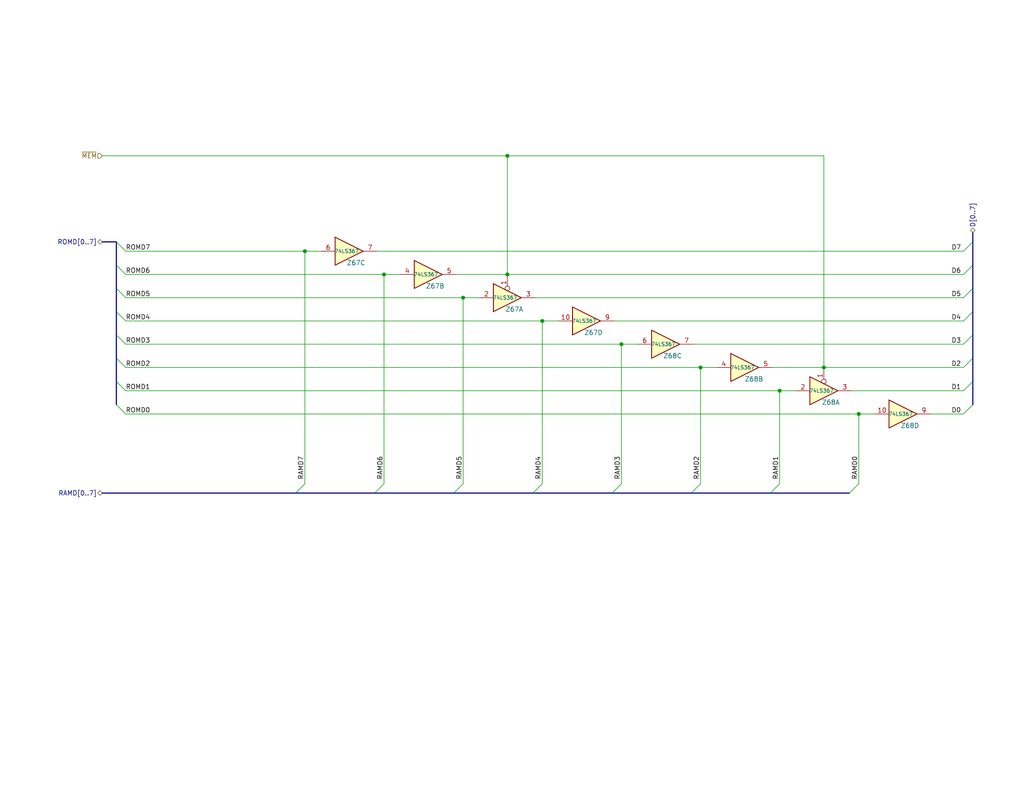
<source format=kicad_sch>
(kicad_sch (version 20231120) (generator "eeschema") (generator_version "8.0")
  (paper "USLetter")
  (title_block (title "TRS-80 Model I Rev D") (date "2024-11-20") (rev "E1A-D") (company "RetroStack - Marcel Erz") (comment 2 "Connects RAM & ROM to the data bus") (comment 4 "RAM-ROM Interface"))
  (lib_symbols
    (symbol "RetroStackLibrary:74LS367_Split" (pin_names (offset 1.016))
      (property "Reference" "U" (at 0 1.27 0))
      (property "Value" "74LS367" (at 0 -1.27 0))
      (symbol "74LS367_Split_1_0"
        (polyline (pts (xy -3.81 3.81) (xy -3.81 -3.81) (xy 3.81 0) (xy -3.81 3.81)) (stroke (width 0.254)) (fill (type background)))
        (pin input inverted (at 0 6.35 270) (length 4.445) (name "~") (number "1"))
        (pin input line (at -7.62 0 0) (length 3.81) (name "~") (number "2"))
        (pin tri_state line (at 7.62 0 180) (length 3.81) (name "~") (number "3"))
      )
      (symbol "74LS367_Split_2_0"
        (polyline (pts (xy -3.81 3.81) (xy -3.81 -3.81) (xy 3.81 0) (xy -3.81 3.81)) (stroke (width 0.254)) (fill (type background)))
        (pin input line (at -7.62 0 0) (length 3.81) (name "~") (number "4"))
        (pin tri_state line (at 7.62 0 180) (length 3.81) (name "~") (number "5"))
      )
      (symbol "74LS367_Split_3_0"
        (polyline (pts (xy -3.81 3.81) (xy -3.81 -3.81) (xy 3.81 0) (xy -3.81 3.81)) (stroke (width 0.254)) (fill (type background)))
        (pin input line (at -7.62 0 0) (length 3.81) (name "~") (number "6"))
        (pin tri_state line (at 7.62 0 180) (length 3.81) (name "~") (number "7"))
      )
      (symbol "74LS367_Split_4_0"
        (polyline (pts (xy -3.81 3.81) (xy -3.81 -3.81) (xy 3.81 0) (xy -3.81 3.81)) (stroke (width 0.254)) (fill (type background)))
        (pin input line (at -7.62 0 0) (length 3.81) (name "~") (number "10"))
        (pin tri_state line (at 7.62 0 180) (length 3.81) (name "~") (number "9"))
      )
      (symbol "74LS367_Split_5_0"
        (polyline (pts (xy -3.175 -2.54) (xy -3.175 -10.16) (xy 4.445 -6.35) (xy -3.175 -2.54)) (stroke (width 0.254)) (fill (type background)))
        (pin tri_state line (at 8.255 -6.35 180) (length 3.81) (name "~") (number "11"))
        (pin input line (at -6.985 -6.35 0) (length 3.81) (name "~") (number "12"))
        (pin input inverted (at 0.635 0 270) (length 4.445) (name "~") (number "15"))
      )
      (symbol "74LS367_Split_6_0"
        (polyline (pts (xy -3.81 3.81) (xy -3.81 -3.81) (xy 3.81 0) (xy -3.81 3.81)) (stroke (width 0.254)) (fill (type background)))
        (pin tri_state line (at 7.62 0 180) (length 3.81) (name "~") (number "13"))
        (pin input line (at -7.62 0 0) (length 3.81) (name "~") (number "14"))
      )
      (symbol "74LS367_Split_7_0"
        (pin power_in line (at 0 1.905 270) (length 5.08) (name "VCC") (number "16"))
        (pin power_in line (at 0 -23.495 90) (length 5.08) (name "GND") (number "8"))
      )
      (symbol "74LS367_Split_7_1"
        (rectangle (start -5.08 -3.175) (end 5.08 -18.415) (stroke (width 0.254)) (fill (type background)))
      )
    )
  )
  (junction (at 126.365 81.28))
  (junction (at 104.775 74.93))
  (junction (at 191.135 100.33))
  (junction (at 138.43 42.545))
  (junction (at 234.315 113.03))
  (junction (at 169.545 93.98))
  (junction (at 212.725 106.68))
  (junction (at 147.955 87.63))
  (junction (at 224.79 100.33))
  (junction (at 138.43 74.93))
  (junction (at 83.185 68.58))
  (bus_entry (at 31.75 97.79) (size 2.54 2.54))
  (bus_entry (at 262.89 87.63) (size 2.54 -2.54))
  (bus_entry (at 262.89 106.68) (size 2.54 -2.54))
  (bus_entry (at 262.89 68.58) (size 2.54 -2.54))
  (bus_entry (at 31.75 91.44) (size 2.54 2.54))
  (bus_entry (at 234.315 132.08) (size -2.54 2.54))
  (bus_entry (at 126.365 132.08) (size -2.54 2.54))
  (bus_entry (at 212.725 132.08) (size -2.54 2.54))
  (bus_entry (at 34.29 68.58) (size -2.54 -2.54))
  (bus_entry (at 83.185 132.08) (size -2.54 2.54))
  (bus_entry (at 147.955 132.08) (size -2.54 2.54))
  (bus_entry (at 31.75 104.14) (size 2.54 2.54))
  (bus_entry (at 31.75 72.39) (size 2.54 2.54))
  (bus_entry (at 31.75 110.49) (size 2.54 2.54))
  (bus_entry (at 169.545 132.08) (size -2.54 2.54))
  (bus_entry (at 262.89 93.98) (size 2.54 -2.54))
  (bus_entry (at 262.89 113.03) (size 2.54 -2.54))
  (bus_entry (at 262.89 81.28) (size 2.54 -2.54))
  (bus_entry (at 191.135 132.08) (size -2.54 2.54))
  (bus_entry (at 31.75 85.09) (size 2.54 2.54))
  (bus_entry (at 31.75 78.74) (size 2.54 2.54))
  (bus_entry (at 104.775 132.08) (size -2.54 2.54))
  (bus_entry (at 262.89 100.33) (size 2.54 -2.54))
  (bus_entry (at 262.89 74.93) (size 2.54 -2.54))
  (wire (pts (xy 147.955 87.63) (xy 152.4 87.63)))
  (wire (pts (xy 254 113.03) (xy 262.89 113.03)))
  (bus (pts (xy 27.94 134.62) (xy 80.645 134.62)))
  (bus (pts (xy 265.43 85.09) (xy 265.43 78.74)))
  (bus (pts (xy 31.75 91.44) (xy 31.75 85.09)))
  (wire (pts (xy 212.725 106.68) (xy 212.725 132.08)))
  (wire (pts (xy 191.135 100.33) (xy 191.135 132.08)))
  (bus (pts (xy 31.75 104.14) (xy 31.75 97.79)))
  (wire (pts (xy 169.545 93.98) (xy 169.545 132.08)))
  (wire (pts (xy 34.29 74.93) (xy 104.775 74.93)))
  (wire (pts (xy 234.315 113.03) (xy 238.76 113.03)))
  (wire (pts (xy 34.29 87.63) (xy 147.955 87.63)))
  (bus (pts (xy 102.235 134.62) (xy 123.825 134.62)))
  (wire (pts (xy 224.79 100.33) (xy 224.79 42.545)))
  (bus (pts (xy 27.94 66.04) (xy 31.75 66.04)))
  (bus (pts (xy 167.005 134.62) (xy 188.595 134.62)))
  (wire (pts (xy 27.94 42.545) (xy 138.43 42.545)))
  (wire (pts (xy 212.725 106.68) (xy 217.17 106.68)))
  (wire (pts (xy 191.135 100.33) (xy 195.58 100.33)))
  (wire (pts (xy 104.775 74.93) (xy 109.22 74.93)))
  (bus (pts (xy 80.645 134.62) (xy 102.235 134.62)))
  (bus (pts (xy 31.75 97.79) (xy 31.75 91.44)))
  (bus (pts (xy 265.43 66.04) (xy 265.43 63.5)))
  (wire (pts (xy 34.29 106.68) (xy 212.725 106.68)))
  (bus (pts (xy 31.75 85.09) (xy 31.75 78.74)))
  (bus (pts (xy 265.43 97.79) (xy 265.43 91.44)))
  (bus (pts (xy 31.75 110.49) (xy 31.75 104.14)))
  (wire (pts (xy 147.955 87.63) (xy 147.955 132.08)))
  (bus (pts (xy 265.43 91.44) (xy 265.43 85.09)))
  (wire (pts (xy 126.365 81.28) (xy 126.365 132.08)))
  (wire (pts (xy 34.29 93.98) (xy 169.545 93.98)))
  (wire (pts (xy 169.545 93.98) (xy 173.99 93.98)))
  (wire (pts (xy 138.43 42.545) (xy 138.43 74.93)))
  (wire (pts (xy 232.41 106.68) (xy 262.89 106.68)))
  (bus (pts (xy 265.43 78.74) (xy 265.43 72.39)))
  (bus (pts (xy 31.75 72.39) (xy 31.75 66.04)))
  (wire (pts (xy 83.185 68.58) (xy 87.63 68.58)))
  (bus (pts (xy 123.825 134.62) (xy 145.415 134.62)))
  (wire (pts (xy 83.185 68.58) (xy 83.185 132.08)))
  (wire (pts (xy 146.05 81.28) (xy 262.89 81.28)))
  (wire (pts (xy 126.365 81.28) (xy 130.81 81.28)))
  (wire (pts (xy 189.23 93.98) (xy 262.89 93.98)))
  (wire (pts (xy 34.29 81.28) (xy 126.365 81.28)))
  (wire (pts (xy 138.43 74.93) (xy 262.89 74.93)))
  (wire (pts (xy 34.29 100.33) (xy 191.135 100.33)))
  (bus (pts (xy 265.43 110.49) (xy 265.43 104.14)))
  (wire (pts (xy 224.79 42.545) (xy 138.43 42.545)))
  (wire (pts (xy 34.29 68.58) (xy 83.185 68.58)))
  (wire (pts (xy 34.29 113.03) (xy 234.315 113.03)))
  (wire (pts (xy 224.79 100.33) (xy 262.89 100.33)))
  (wire (pts (xy 210.82 100.33) (xy 224.79 100.33)))
  (wire (pts (xy 167.64 87.63) (xy 262.89 87.63)))
  (bus (pts (xy 265.43 104.14) (xy 265.43 97.79)))
  (wire (pts (xy 102.87 68.58) (xy 262.89 68.58)))
  (wire (pts (xy 124.46 74.93) (xy 138.43 74.93)))
  (bus (pts (xy 31.75 78.74) (xy 31.75 72.39)))
  (bus (pts (xy 145.415 134.62) (xy 167.005 134.62)))
  (bus (pts (xy 188.595 134.62) (xy 210.185 134.62)))
  (bus (pts (xy 265.43 72.39) (xy 265.43 66.04)))
  (wire (pts (xy 104.775 74.93) (xy 104.775 132.08)))
  (wire (pts (xy 234.315 113.03) (xy 234.315 132.08)))
  (bus (pts (xy 210.185 134.62) (xy 231.775 134.62)))
  (label "D0" (at 262.255 113.03 180))
  (label "ROMD4" (at 34.29 87.63 0))
  (label "ROMD0" (at 34.29 113.03 0))
  (label "D2" (at 262.255 100.33 180))
  (label "RAMD4" (at 147.955 124.46 270))
  (label "D7" (at 262.255 68.58 180))
  (label "RAMD3" (at 169.545 124.46 270))
  (label "D3" (at 262.255 93.98 180))
  (label "ROMD6" (at 34.29 74.93 0))
  (label "RAMD2" (at 191.135 124.46 270))
  (label "ROMD7" (at 34.29 68.58 0))
  (label "RAMD0" (at 234.315 124.46 270))
  (label "RAMD1" (at 212.725 124.46 270))
  (label "D6" (at 262.255 74.93 180))
  (label "D1" (at 262.255 106.68 180))
  (label "ROMD2" (at 34.29 100.33 0))
  (label "D4" (at 262.255 87.63 180))
  (label "ROMD5" (at 34.29 81.28 0))
  (label "ROMD1" (at 34.29 106.68 0))
  (label "RAMD6" (at 104.775 124.46 270))
  (label "RAMD5" (at 126.365 124.46 270))
  (label "ROMD3" (at 34.29 93.98 0))
  (label "RAMD7" (at 83.185 124.46 270))
  (label "D5" (at 262.255 81.28 180))
  (hierarchical_label "D[0..7]" (shape bidirectional) (at 265.43 63.5 90))
  (hierarchical_label "RAMD[0..7]" (shape bidirectional) (at 27.94 134.62 180))
  (hierarchical_label "ROMD[0..7]" (shape bidirectional) (at 27.94 66.04 180))
  (hierarchical_label "~{MEM}" (shape input) (at 27.94 42.545 180))
  (symbol (lib_id "RetroStackLibrary:74LS367_Split") (at 95.25 68.58 0) (unit 3)
    (property "Reference" "Z67" (at 97.155 71.755 0))
    (property "Value" "74LS367" (at 94.615 68.58 0) (effects (font (size 1 1))))
    (property "Footprint" "RetroStackLibrary:TRS80_Model_I_DIP16" (effects (hide yes)))
    (property "Datasheet" "https://www.ti.com/lit/ds/symlink/sn74ls367a.pdf" (effects (hide yes)))
  )
  (symbol (lib_id "RetroStackLibrary:74LS367_Split") (at 160.02 87.63 0) (unit 4)
    (property "Reference" "Z67" (at 161.925 90.805 0))
    (property "Value" "74LS367" (at 159.385 87.63 0) (effects (font (size 1 1))))
    (property "Footprint" "RetroStackLibrary:TRS80_Model_I_DIP16" (effects (hide yes)))
    (property "Datasheet" "https://www.ti.com/lit/ds/symlink/sn74ls367a.pdf" (effects (hide yes)))
  )
  (symbol (lib_id "RetroStackLibrary:74LS367_Split") (at 116.84 74.93 0) (unit 2)
    (property "Reference" "Z67" (at 118.745 78.105 0))
    (property "Value" "74LS367" (at 116.205 74.93 0) (effects (font (size 1 1))))
    (property "Footprint" "RetroStackLibrary:TRS80_Model_I_DIP16" (effects (hide yes)))
    (property "Datasheet" "https://www.ti.com/lit/ds/symlink/sn74ls367a.pdf" (effects (hide yes)))
  )
  (symbol (lib_id "RetroStackLibrary:74LS367_Split") (at 203.2 100.33 0) (unit 2)
    (property "Reference" "Z68" (at 205.74 103.505 0))
    (property "Value" "74LS367" (at 202.565 100.33 0) (effects (font (size 1 1))))
    (property "Footprint" "RetroStackLibrary:TRS80_Model_I_DIP16" (effects (hide yes)))
    (property "Datasheet" "https://www.ti.com/lit/ds/symlink/sn74ls367a.pdf" (effects (hide yes)))
  )
  (symbol (lib_id "RetroStackLibrary:74LS367_Split") (at 138.43 81.28 0) (unit 1)
    (property "Reference" "Z67" (at 140.335 84.455 0))
    (property "Value" "74LS367" (at 137.795 81.28 0) (effects (font (size 1 1))))
    (property "Footprint" "RetroStackLibrary:TRS80_Model_I_DIP16" (effects (hide yes)))
    (property "Datasheet" "https://www.ti.com/lit/ds/symlink/sn74ls367a.pdf" (effects (hide yes)))
  )
  (symbol (lib_id "RetroStackLibrary:74LS367_Split") (at 246.38 113.03 0) (unit 4)
    (property "Reference" "Z68" (at 248.285 116.205 0))
    (property "Value" "74LS367" (at 245.745 113.03 0) (effects (font (size 1 1))))
    (property "Footprint" "RetroStackLibrary:TRS80_Model_I_DIP16" (effects (hide yes)))
    (property "Datasheet" "https://www.ti.com/lit/ds/symlink/sn74ls367a.pdf" (effects (hide yes)))
  )
  (symbol (lib_id "RetroStackLibrary:74LS367_Split") (at 181.61 93.98 0) (unit 3)
    (property "Reference" "Z68" (at 183.515 97.155 0))
    (property "Value" "74LS367" (at 180.975 93.98 0) (effects (font (size 1 1))))
    (property "Footprint" "RetroStackLibrary:TRS80_Model_I_DIP16" (effects (hide yes)))
    (property "Datasheet" "https://www.ti.com/lit/ds/symlink/sn74ls367a.pdf" (effects (hide yes)))
  )
  (symbol (lib_id "RetroStackLibrary:74LS367_Split") (at 224.79 106.68 0) (unit 1)
    (property "Reference" "Z68" (at 226.695 109.855 0))
    (property "Value" "74LS367" (at 224.155 106.68 0) (effects (font (size 1 1))))
    (property "Footprint" "RetroStackLibrary:TRS80_Model_I_DIP16" (effects (hide yes)))
    (property "Datasheet" "https://www.ti.com/lit/ds/symlink/sn74ls367a.pdf" (effects (hide yes)))
  )
)
</source>
